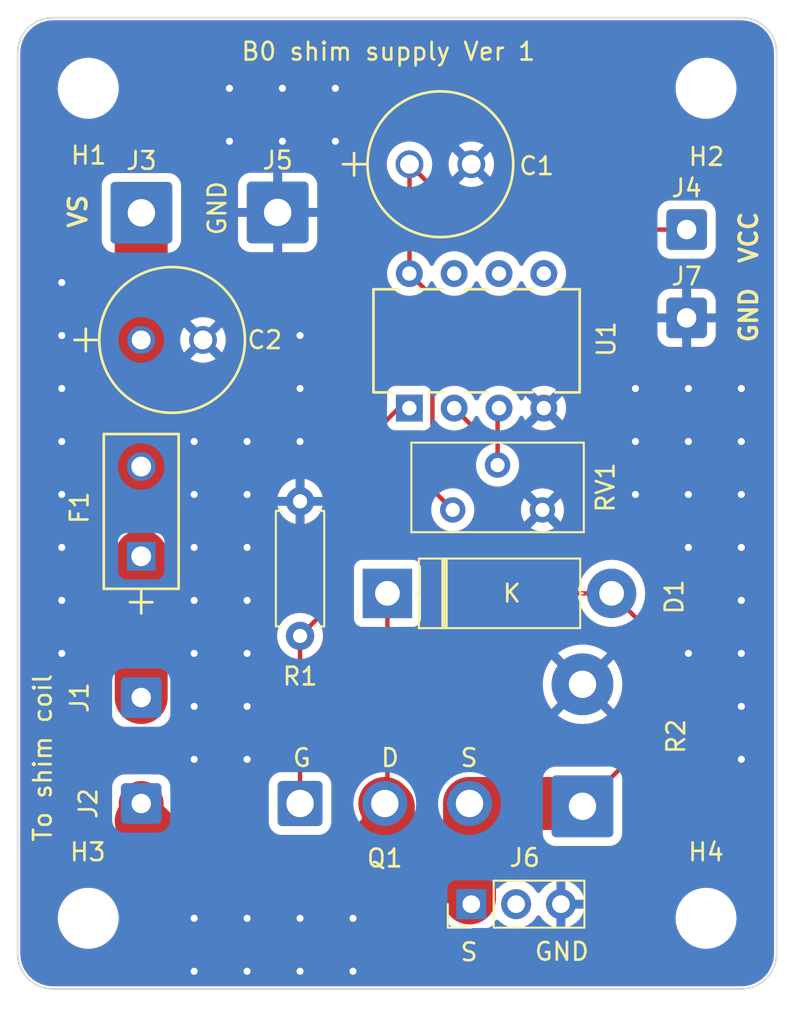
<source format=kicad_pcb>
(kicad_pcb (version 20221018) (generator pcbnew)
  (layers (0 "F.Cu" signal) (31 "B.Cu" signal) (34 "B.Paste" user) (35 "F.Paste" user) (36 "B.SilkS" user "B.Silkscreen") (37 "F.SilkS" user "F.Silkscreen") (38 "B.Mask" user) (39 "F.Mask" user) (44 "Edge.Cuts" user))
  (net 0 "")
  (net 1 "VCC")
  (net 2 "GNDPWR")
  (net 3 "VS")
  (net 4 "Net-(J1-Pin_1)")
  (net 5 "Net-(D1-K)")
  (net 6 "Net-(D1-A)")
  (net 7 "Net-(Q1-G)")
  (net 8 "Net-(U1A-+)")
  (footprint "MountingHole:MountingHole_3.2mm_M3_DIN965" (layer "F.Cu") (at 155 106)
    (fp_text reference "H4" (at 0 -3.75) (layer "F.SilkS"))
    (fp_text value "MH")
    (pad "" np_thru_hole circle (at 0 0) (size 3.2 3.2) (drill 3.2) (layers "*.Cu" "*.Mask"))
  )
  (footprint "Connector_Wire:SolderWire-0.5sqmm_1x01_D0.9mm_OD2.3mm" (layer "F.Cu") (at 123 93.5)
    (fp_text reference "J1" (at -3.5 0 -90) (layer "F.SilkS"))
    (fp_text value "Conn")
    (pad "1" thru_hole roundrect (at 0 0) (size 2.3 2.3) (drill 1.1) (layers "*.Cu" "*.Mask") (roundrect_rratio 0.108696087) (net 4 "Net-(J1-Pin_1)"))
  )
  (footprint "Connector_Wire:SolderWire-0.5sqmm_1x01_D0.9mm_OD2.3mm" (layer "F.Cu") (at 123 99.5)
    (fp_text reference "J2" (at -3 0 -90) (layer "F.SilkS"))
    (fp_text value "Conn")
    (pad "1" thru_hole roundrect (at 0 0) (size 2.3 2.3) (drill 1.1) (layers "*.Cu" "*.Mask") (roundrect_rratio 0.108696087) (net 5 "Net-(D1-K)"))
  )
  (footprint "Resistor_THT:R_Axial_DIN0207_L6.3mm_D2.5mm_P7.62mm_Horizontal" (layer "F.Cu") (at 132 90.01 90)
    (fp_text reference "R1" (at -2.29 0) (layer "F.SilkS"))
    (fp_text value "4.7k")
    (fp_line (start 0.54 -1.37) (end 7.08 -1.37) (stroke (width 0.12)) (layer "F.SilkS"))
    (fp_line (start 0.54 -1.04) (end 0.54 -1.37) (stroke (width 0.12)) (layer "F.SilkS"))
    (fp_line (start 0.54 1.04) (end 0.54 1.37) (stroke (width 0.12)) (layer "F.SilkS"))
    (fp_line (start 0.54 1.37) (end 7.08 1.37) (stroke (width 0.12)) (layer "F.SilkS"))
    (fp_line (start 7.08 -1.37) (end 7.08 -1.04) (stroke (width 0.12)) (layer "F.SilkS"))
    (fp_line (start 7.08 1.37) (end 7.08 1.04) (stroke (width 0.12)) (layer "F.SilkS"))
    (pad "1" thru_hole circle (at 0 0 90) (size 1.6 1.6) (drill 0.8) (layers "*.Cu" "*.Mask") (net 7 "Net-(Q1-G)"))
    (pad "2" thru_hole oval (at 7.62 0 90) (size 1.6 1.6) (drill 0.8) (layers "*.Cu" "*.Mask") (net 2 "GNDPWR"))
  )
  (footprint "Connector_PinHeader_2.54mm:PinHeader_1x03_P2.54mm_Vertical" (layer "F.Cu") (at 141.7 105.2 90)
    (fp_text reference "J6" (at 2.63 3.03) (layer "F.SilkS"))
    (fp_text value "pin_conn")
    (fp_line (start -1.33 -1.33) (end 0 -1.33) (stroke (width 0.12)) (layer "F.SilkS"))
    (fp_line (start -1.33 0) (end -1.33 -1.33) (stroke (width 0.12)) (layer "F.SilkS"))
    (fp_line (start -1.33 1.27) (end -1.33 6.41) (stroke (width 0.12)) (layer "F.SilkS"))
    (fp_line (start -1.33 1.27) (end 1.33 1.27) (stroke (width 0.12)) (layer "F.SilkS"))
    (fp_line (start -1.33 6.41) (end 1.33 6.41) (stroke (width 0.12)) (layer "F.SilkS"))
    (fp_line (start 1.33 1.27) (end 1.33 6.41) (stroke (width 0.12)) (layer "F.SilkS"))
    (pad "1" thru_hole rect (at 0 0 90) (size 1.7 1.7) (drill 1) (layers "*.Cu" "*.Mask") (net 6 "Net-(D1-A)"))
    (pad "2" thru_hole oval (at 0 2.54 90) (size 1.7 1.7) (drill 1) (layers "*.Cu" "*.Mask"))
    (pad "3" thru_hole oval (at 0 5.08 90) (size 1.7 1.7) (drill 1) (layers "*.Cu" "*.Mask") (net 2 "GNDPWR"))
  )
  (footprint "Diode_THT:D_5W_P12.70mm_Horizontal" (layer "F.Cu") (at 136.95 87.6)
    (fp_text reference "D1" (at 16.25 0.2 -90) (layer "F.SilkS"))
    (fp_text value "1N4148")
    (fp_text user "K" (at 7.05 0) (layer "F.SilkS"))
    (fp_line (start 1.64 0) (end 1.78 0) (stroke (width 0.12)) (layer "F.SilkS"))
    (fp_line (start 1.78 -1.97) (end 1.78 1.97) (stroke (width 0.12)) (layer "F.SilkS"))
    (fp_line (start 1.78 1.97) (end 10.92 1.97) (stroke (width 0.12)) (layer "F.SilkS"))
    (fp_line (start 3.115 -1.97) (end 3.115 1.97) (stroke (width 0.12)) (layer "F.SilkS"))
    (fp_line (start 3.235 -1.97) (end 3.235 1.97) (stroke (width 0.12)) (layer "F.SilkS"))
    (fp_line (start 3.355 -1.97) (end 3.355 1.97) (stroke (width 0.12)) (layer "F.SilkS"))
    (fp_line (start 10.92 -1.97) (end 1.78 -1.97) (stroke (width 0.12)) (layer "F.SilkS"))
    (fp_line (start 10.92 1.97) (end 10.92 -1.97) (stroke (width 0.12)) (layer "F.SilkS"))
    (fp_line (start 11.06 0) (end 10.92 0) (stroke (width 0.12)) (layer "F.SilkS"))
    (pad "1" thru_hole rect (at 0 0) (size 2.8 2.8) (drill 1.4) (layers "*.Cu" "*.Mask") (net 5 "Net-(D1-K)"))
    (pad "2" thru_hole oval (at 12.7 0) (size 2.8 2.8) (drill 1.4) (layers "*.Cu" "*.Mask") (net 6 "Net-(D1-A)"))
  )
  (footprint "Connector_Wire:SolderWire-0.75sqmm_1x01_D1.25mm_OD3.5mm" (layer "F.Cu") (at 123.01 66.05)
    (fp_text reference "J3" (at 0 -2.95) (layer "F.SilkS"))
    (fp_text value "VS_Pad")
    (pad "1" thru_hole roundrect (at 0 0) (size 3.5 3.5) (drill 1.55) (layers "*.Cu" "*.Mask") (roundrect_rratio 0.07142914286) (net 3 "VS"))
  )
  (footprint "LM358:DIP8_300" (layer "F.Cu") (at 145.81 69.49 90)
    (fp_text reference "U1" (at -3.71 3.54 90 unlocked) (layer "F.SilkS"))
    (fp_text value "LM358")
    (fp_line (start -6.731 -9.652) (end -6.731 -8.68955) (stroke (width 0.1524)) (layer "F.SilkS"))
    (fp_line (start -6.731 -6.55045) (end -6.731 -5.718854) (stroke (width 0.1524)) (layer "F.SilkS"))
    (fp_line (start -6.731 -4.441146) (end -6.731 -3.178854) (stroke (width 0.1524)) (layer "F.SilkS"))
    (fp_line (start -6.731 -1.901146) (end -6.731 -0.638854) (stroke (width 0.1524)) (layer "F.SilkS"))
    (fp_line (start -6.731 0.638854) (end -6.731 2.032) (stroke (width 0.1524)) (layer "F.SilkS"))
    (fp_line (start -6.731 2.032) (end -0.889 2.032) (stroke (width 0.1524)) (layer "F.SilkS"))
    (fp_line (start -0.889 -9.652) (end -6.731 -9.652) (stroke (width 0.1524)) (layer "F.SilkS"))
    (fp_line (start -0.889 -8.258854) (end -0.889 -9.652) (stroke (width 0.1524)) (layer "F.SilkS"))
    (fp_line (start -0.889 -5.718854) (end -0.889 -6.981146) (stroke (width 0.1524)) (layer "F.SilkS"))
    (fp_line (start -0.889 -3.178854) (end -0.889 -4.441146) (stroke (width 0.1524)) (layer "F.SilkS"))
    (fp_line (start -0.889 -0.638854) (end -0.889 -1.901146) (stroke (width 0.1524)) (layer "F.SilkS"))
    (fp_line (start -0.889 2.032) (end -0.889 0.638854) (stroke (width 0.1524)) (layer "F.SilkS"))
    (pad "1" thru_hole rect (at -7.62 -7.62 90) (size 1.524 1.524) (drill 0.8128) (layers "*.Cu" "*.Mask") (net 7 "Net-(Q1-G)"))
    (pad "2" thru_hole circle (at -7.62 -5.08 90) (size 1.524 1.524) (drill 0.8128) (layers "*.Cu" "*.Mask") (net 6 "Net-(D1-A)"))
    (pad "3" thru_hole circle (at -7.62 -2.54 90) (size 1.524 1.524) (drill 0.8128) (layers "*.Cu" "*.Mask") (net 8 "Net-(U1A-+)"))
    (pad "4" thru_hole circle (at -7.62 0 90) (size 1.524 1.524) (drill 0.8128) (layers "*.Cu" "*.Mask") (net 2 "GNDPWR"))
    (pad "5" thru_hole circle (at 0 0 90) (size 1.524 1.524) (drill 0.8128) (layers "*.Cu" "*.Mask"))
    (pad "6" thru_hole circle (at 0 -2.54 90) (size 1.524 1.524) (drill 0.8128) (layers "*.Cu" "*.Mask"))
    (pad "7" thru_hole circle (at 0 -5.08 90) (size 1.524 1.524) (drill 0.8128) (layers "*.Cu" "*.Mask"))
    (pad "8" thru_hole circle (at 0 -7.62 90) (size 1.524 1.524) (drill 0.8128) (layers "*.Cu" "*.Mask") (net 1 "VCC"))
  )
  (footprint "UDB1H01MPM:CAP_UDB&slash_GB_8X11P5_NCH" (layer "F.Cu") (at 138.199999 63.3)
    (fp_text reference "C1" (at 7.200001 0.1 unlocked) (layer "F.SilkS"))
    (fp_text value "1 uF")
    (fp_line (start -3.7745 0) (end -2.5045 0) (stroke (width 0.1524)) (layer "F.SilkS"))
    (fp_line (start -3.1395 -0.635) (end -3.1395 0.635) (stroke (width 0.1524)) (layer "F.SilkS"))
    (fp_circle (center 1.75 0) (end 5.8775 0) (stroke (width 0.1524)) (fill none) (layer "F.SilkS"))
    (pad "1" thru_hole circle (at 0 0) (size 1.5748 1.5748) (drill 1.0668) (layers "*.Cu" "*.Mask") (net 1 "VCC"))
    (pad "2" thru_hole circle (at 3.500001 0) (size 1.5748 1.5748) (drill 1.0668) (layers "*.Cu" "*.Mask") (net 2 "GNDPWR"))
  )
  (footprint "MountingHole:MountingHole_3.2mm_M3_DIN965" (layer "F.Cu") (at 120 59)
    (fp_text reference "H1" (at 0.025 3.8) (layer "F.SilkS"))
    (fp_text value "MH")
    (pad "" np_thru_hole circle (at 0 0) (size 3.2 3.2) (drill 3.2) (layers "*.Cu" "*.Mask"))
  )
  (footprint "Potentiometer_THT:Potentiometer_Bourns_3296Y_Vertical" (layer "F.Cu") (at 140.65 82.875 180)
    (fp_text reference "RV1" (at -8.65 1.275 90) (layer "F.SilkS"))
    (fp_text value "4.7k" hide)
    (fp_line (start -7.425 -1.26) (end -7.425 3.81) (stroke (width 0.12)) (layer "F.SilkS"))
    (fp_line (start -7.425 -1.26) (end 2.345 -1.26) (stroke (width 0.12)) (layer "F.SilkS"))
    (fp_line (start -7.425 3.81) (end 2.345 3.81) (stroke (width 0.12)) (layer "F.SilkS"))
    (fp_line (start 2.345 -1.26) (end 2.345 3.81) (stroke (width 0.12)) (layer "F.SilkS"))
    (pad "1" thru_hole circle (at 0 0 180) (size 1.44 1.44) (drill 0.8) (layers "*.Cu" "*.Mask") (net 1 "VCC"))
    (pad "2" thru_hole circle (at -2.54 2.54 180) (size 1.44 1.44) (drill 0.8) (layers "*.Cu" "*.Mask") (net 8 "Net-(U1A-+)"))
    (pad "3" thru_hole circle (at -5.08 0 180) (size 1.44 1.44) (drill 0.8) (layers "*.Cu" "*.Mask") (net 2 "GNDPWR"))
  )
  (footprint "MountingHole:MountingHole_3.2mm_M3_DIN965" (layer "F.Cu") (at 155 59)
    (fp_text reference "H2" (at 0.025 3.875) (layer "F.SilkS"))
    (fp_text value "MH")
    (pad "" np_thru_hole circle (at 0 0) (size 3.2 3.2) (drill 3.2) (layers "*.Cu" "*.Mask"))
  )
  (footprint "Connector_Wire:SolderWire-0.75sqmm_1x03_P4.8mm_D1.25mm_OD2.3mm" (layer "F.Cu") (at 132 99.5)
    (fp_text reference "Q1" (at 4.8 3.1) (layer "F.SilkS"))
    (fp_text value "IRL540")
    (pad "1" thru_hole roundrect (at 0 0) (size 2.55 2.55) (drill 1.55) (layers "*.Cu" "*.Mask") (roundrect_rratio 0.09803882353) (net 7 "Net-(Q1-G)"))
    (pad "2" thru_hole circle (at 4.8 0) (size 2.55 2.55) (drill 1.55) (layers "*.Cu" "*.Mask") (net 5 "Net-(D1-K)"))
    (pad "3" thru_hole circle (at 9.6 0) (size 2.55 2.55) (drill 1.55) (layers "*.Cu" "*.Mask") (net 6 "Net-(D1-A)"))
  )
  (footprint "Connector_Wire:SolderWire-0.5sqmm_1x01_D0.9mm_OD2.3mm" (layer "F.Cu") (at 153.9 67)
    (fp_text reference "J4" (at 0 -2.35) (layer "F.SilkS"))
    (fp_text value "VCC_Pad")
    (pad "1" thru_hole roundrect (at 0 0) (size 2.3 2.3) (drill 1.1) (layers "*.Cu" "*.Mask") (roundrect_rratio 0.108696087) (net 1 "VCC"))
  )
  (footprint "Connector_Wire:SolderWire-0.75sqmm_1x01_D1.25mm_OD3.5mm" (layer "F.Cu") (at 130.73 66.03)
    (fp_text reference "J5" (at 0 -2.95) (layer "F.SilkS"))
    (fp_text value "GND_Pad_VS")
    (pad "1" thru_hole roundrect (at 0 0) (size 3.5 3.5) (drill 1.55) (layers "*.Cu" "*.Mask") (roundrect_rratio 0.07142914286) (net 2 "GNDPWR"))
  )
  (footprint "UDB1H01MPM:CAP_UDB&slash_GB_8X11P5_NCH" (layer "F.Cu") (at 122.999999 73.25)
    (fp_text reference "C2" (at 7.000001 0 unlocked) (layer "F.SilkS"))
    (fp_text value "1 uF")
    (fp_line (start -3.7745 0) (end -2.5045 0) (stroke (width 0.1524)) (layer "F.SilkS"))
    (fp_line (start -3.1395 -0.635) (end -3.1395 0.635) (stroke (width 0.1524)) (layer "F.SilkS"))
    (fp_circle (center 1.75 0) (end 5.8775 0) (stroke (width 0.1524)) (fill none) (layer "F.SilkS"))
    (pad "1" thru_hole circle (at 0 0) (size 1.5748 1.5748) (drill 1.0668) (layers "*.Cu" "*.Mask") (net 3 "VS"))
    (pad "2" thru_hole circle (at 3.500001 0) (size 1.5748 1.5748) (drill 1.0668) (layers "*.Cu" "*.Mask") (net 2 "GNDPWR"))
  )
  (footprint "MountingHole:MountingHole_3.2mm_M3_DIN965" (layer "F.Cu") (at 120 106)
    (fp_text reference "H3" (at -0.025 -3.75) (layer "F.SilkS"))
    (fp_text value "MH")
    (pad "" np_thru_hole circle (at 0 0) (size 3.2 3.2) (drill 3.2) (layers "*.Cu" "*.Mask"))
  )
  (footprint "Connector_Wire:SolderWire-0.5sqmm_1x01_D0.9mm_OD2.3mm" (layer "F.Cu") (at 153.9 72)
    (fp_text reference "J7" (at 0 -2.35) (layer "F.SilkS"))
    (fp_text value "GND_Pad_VCC")
    (pad "1" thru_hole roundrect (at 0 0) (size 2.3 2.3) (drill 1.1) (layers "*.Cu" "*.Mask") (roundrect_rratio 0.108696087) (net 2 "GNDPWR"))
  )
  (footprint "Connector_Wire:SolderWire-0.75sqmm_1x02_P7mm_D1.25mm_OD3.5mm" (layer "F.Cu") (at 148 99.75 90)
    (fp_text reference "R2" (at 4.05 5.3 270) (layer "F.SilkS"))
    (fp_text value "0.5")
    (pad "1" thru_hole roundrect (at 0.0912 0 90) (size 3.5 3.5) (drill 1.55) (layers "*.Cu" "*.Mask") (roundrect_rratio 0.07142914286) (net 6 "Net-(D1-A)"))
    (pad "2" thru_hole circle (at 7 0 90) (size 3.5 3.5) (drill 1.55) (layers "*.Cu" "*.Mask") (net 2 "GNDPWR"))
  )
  (footprint "39613150000:FUS_LITTELFUSE_396_LTF" (layer "F.Cu") (at 123 85.5 90)
    (fp_text reference "F1" (at 2.75 -3.5 90 unlocked) (layer "F.SilkS"))
    (fp_text value "Fuse")
    (fp_line (start -3.2385 0) (end -1.9685 0) (stroke (width 0.1524)) (layer "F.SilkS"))
    (fp_line (start -2.6035 -0.635) (end -2.6035 0.635) (stroke (width 0.1524)) (layer "F.SilkS"))
    (fp_line (start -1.8415 -2.1209) (end -1.8415 2.1209) (stroke (width 0.1524)) (layer "F.SilkS"))
    (fp_line (start 6.9215 -2.1209) (end -1.8415 -2.1209) (stroke (width 0.1524)) (layer "F.SilkS"))
    (fp_line (start 6.9215 -2.1209) (end 6.9215 2.1209) (stroke (width 0.1524)) (layer "F.SilkS"))
    (fp_line (start 6.9215 2.1209) (end -1.8415 2.1209) (stroke (width 0.1524)) (layer "F.SilkS"))
    (pad "1" thru_hole rect (at 0 0 90) (size 1.6256 1.6256) (drill 1.1176) (layers "*.Cu" "*.Mask") (net 4 "Net-(J1-Pin_1)"))
    (pad "2" thru_hole circle (at 5.08 0 90) (size 1.6256 1.6256) (drill 1.1176) (layers "*.Cu" "*.Mask") (net 3 "VS"))
  )
  (gr_line (start 118 110) (end 157 110) (stroke (width 0.1)) (layer "Edge.Cuts"))
  (gr_line (start 116 57) (end 116 108) (stroke (width 0.1)) (layer "Edge.Cuts"))
  (gr_arc (start 118 110) (mid 116.585786 109.414214) (end 116 108) (stroke (width 0.1)) (layer "Edge.Cuts"))
  (gr_arc (start 157 55) (mid 158.414214 55.585786) (end 159 57) (stroke (width 0.1)) (layer "Edge.Cuts"))
  (gr_arc (start 159 108) (mid 158.414214 109.414214) (end 157 110) (stroke (width 0.1)) (layer "Edge.Cuts"))
  (gr_arc (start 116 57) (mid 116.585786 55.585786) (end 118 55) (stroke (width 0.1)) (layer "Edge.Cuts"))
  (gr_line (start 157 55) (end 118 55) (stroke (width 0.1)) (layer "Edge.Cuts"))
  (gr_line (start 159 108) (end 159 57) (stroke (width 0.1)) (layer "Edge.Cuts"))
  (gr_text "VCC" (at 158 69 90) (layer "F.SilkS") (effects (font (size 1 1) (thickness 0.2) bold) (justify left bottom)))
  (gr_text "GND\n" (at 158 73.5 90) (layer "F.SilkS") (effects (font (size 1 1) (thickness 0.2) bold) (justify left bottom)))
  (gr_text "GND" (at 145.21 108.47) (layer "F.SilkS") (effects (font (size 1 1)) (justify left bottom)))
  (gr_text "S" (at 141 97.5) (layer "F.SilkS") (effects (font (size 1 1)) (justify left bottom)))
  (gr_text "D" (at 136.5 97.5) (layer "F.SilkS") (effects (font (size 1 1)) (justify left bottom)))
  (gr_text "To shim coil" (at 118 101.75 90) (layer "F.SilkS") (effects (font (size 1 1)) (justify left bottom)))
  (gr_text "B0 shim supply Ver 1" (at 137 57.5) (layer "F.SilkS") (effects (font (size 1 1)) (justify bottom)))
  (gr_text "VS\n" (at 120 67 90) (layer "F.SilkS") (effects (font (size 1 1) (thickness 0.2) bold) (justify left bottom)))
  (gr_text "GND" (at 127.89 67.41 90) (layer "F.SilkS") (effects (font (size 1 1)) (justify left bottom)))
  (gr_text "G" (at 131.5 97.5) (layer "F.SilkS") (effects (font (size 1 1)) (justify left bottom)))
  (gr_text "S" (at 141 108.5) (layer "F.SilkS") (effects (font (size 1 1)) (justify left bottom)))
  (segment (start 138.199999 63.3) (end 138.199999 69.480001) (width 0.25) (layer "F.Cu") (net 1))
  (segment (start 138.199999 63.3) (end 141.899999 67) (width 0.25) (layer "F.Cu") (net 1))
  (segment (start 140.65 82.875) (end 139.5 81.725) (width 0.25) (layer "F.Cu") (net 1))
  (segment (start 138.199999 69.480001) (end 138.19 69.49) (width 0.25) (layer "F.Cu") (net 1))
  (segment (start 141.899999 67) (end 154 67) (width 0.25) (layer "F.Cu") (net 1))
  (segment (start 139.5 81.725) (end 139.5 70.8) (width 0.25) (layer "F.Cu") (net 1))
  (segment (start 139.5 70.8) (end 138.19 69.49) (width 0.25) (layer "F.Cu") (net 1))
  (segment (start 146.9 92.5) (end 147.935979 92.5) (width 0.25) (layer "F.Cu") (net 2))
  (via (at 154 76) (size 0.8) (drill 0.4) (layers "F.Cu" "B.Cu") (net 2))
  (via (at 157 94) (size 0.8) (drill 0.4) (layers "F.Cu" "B.Cu") (net 2))
  (via (at 131 59) (size 0.8) (drill 0.4) (layers "F.Cu" "B.Cu") (net 2))
  (via (at 154 79) (size 0.8) (drill 0.4) (layers "F.Cu" "B.Cu") (net 2))
  (via (at 157 82) (size 0.8) (drill 0.4) (layers "F.Cu" "B.Cu") (net 2))
  (via (at 126 82) (size 0.8) (drill 0.4) (layers "F.Cu" "B.Cu") (net 2))
  (via (at 118.5 70) (size 0.8) (drill 0.4) (layers "F.Cu" "B.Cu") (net 2))
  (via (at 157 85) (size 0.8) (drill 0.4) (layers "F.Cu" "B.Cu") (net 2))
  (via (at 132 76) (size 0.8) (drill 0.4) (layers "F.Cu" "B.Cu") (net 2))
  (via (at 126 109) (size 0.8) (drill 0.4) (layers "F.Cu" "B.Cu") (net 2))
  (via (at 126 94) (size 0.8) (drill 0.4) (layers "F.Cu" "B.Cu") (net 2))
  (via (at 126 91) (size 0.8) (drill 0.4) (layers "F.Cu" "B.Cu") (net 2))
  (via (at 129 94) (size 0.8) (drill 0.4) (layers "F.Cu" "B.Cu") (net 2))
  (via (at 126 106) (size 0.8) (drill 0.4) (layers "F.Cu" "B.Cu") (net 2))
  (via (at 151 76) (size 0.8) (drill 0.4) (layers "F.Cu" "B.Cu") (net 2))
  (via (at 157 79) (size 0.8) (drill 0.4) (layers "F.Cu" "B.Cu") (net 2))
  (via (at 118.5 85) (size 0.8) (drill 0.4) (layers "F.Cu" "B.Cu") (net 2))
  (via (at 131 62) (size 0.8) (drill 0.4) (layers "F.Cu" "B.Cu") (net 2))
  (via (at 128 59) (size 0.8) (drill 0.4) (layers "F.Cu" "B.Cu") (net 2))
  (via (at 157 76) (size 0.8) (drill 0.4) (layers "F.Cu" "B.Cu") (net 2))
  (via (at 157 91) (size 0.8) (drill 0.4) (layers "F.Cu" "B.Cu") (net 2))
  (via (at 126 88) (size 0.8) (drill 0.4) (layers "F.Cu" "B.Cu") (net 2))
  (via (at 126 85) (size 0.8) (drill 0.4) (layers "F.Cu" "B.Cu") (net 2))
  (via (at 118.5 73) (size 0.8) (drill 0.4) (layers "F.Cu" "B.Cu") (net 2))
  (via (at 132 109) (size 0.8) (drill 0.4) (layers "F.Cu" "B.Cu") (net 2))
  (via (at 135 106) (size 0.8) (drill 0.4) (layers "F.Cu" "B.Cu") (net 2))
  (via (at 129 91) (size 0.8) (drill 0.4) (layers "F.Cu" "B.Cu") (net 2))
  (via (at 132 79) (size 0.8) (drill 0.4) (layers "F.Cu" "B.Cu") (net 2))
  (via (at 118.5 88) (size 0.8) (drill 0.4) (layers "F.Cu" "B.Cu") (net 2))
  (via (at 134 59) (size 0.8) (drill 0.4) (layers "F.Cu" "B.Cu") (net 2))
  (via (at 129 79) (size 0.8) (drill 0.4) (layers "F.Cu" "B.Cu") (net 2))
  (via (at 126 79) (size 0.8) (drill 0.4) (layers "F.Cu" "B.Cu") (net 2))
  (via (at 154 85) (size 0.8) (drill 0.4) (layers "F.Cu" "B.Cu") (net 2))
  (via (at 129 106) (size 0.8) (drill 0.4) (layers "F.Cu" "B.Cu") (net 2))
  (via (at 128 62) (size 0.8) (drill 0.4) (layers "F.Cu" "B.Cu") (net 2))
  (via (at 134 62) (size 0.8) (drill 0.4) (layers "F.Cu" "B.Cu") (net 2))
  (via (at 135 109) (size 0.8) (drill 0.4) (layers "F.Cu" "B.Cu") (net 2))
  (via (at 157 88) (size 0.8) (drill 0.4) (layers "F.Cu" "B.Cu") (net 2))
  (via (at 126 97) (size 0.8) (drill 0.4) (layers "F.Cu" "B.Cu") (net 2))
  (via (at 154 82) (size 0.8) (drill 0.4) (layers "F.Cu" "B.Cu") (net 2))
  (via (at 151 79) (size 0.8) (drill 0.4) (layers "F.Cu" "B.Cu") (net 2))
  (via (at 118.5 76) (size 0.8) (drill 0.4) (layers "F.Cu" "B.Cu") (net 2))
  (via (at 132 106) (size 0.8) (drill 0.4) (layers "F.Cu" "B.Cu") (net 2))
  (via (at 154 91) (size 0.8) (drill 0.4) (layers "F.Cu" "B.Cu") (net 2))
  (via (at 129 85) (size 0.8) (drill 0.4) (layers "F.Cu" "B.Cu") (net 2))
  (via (at 151 82) (size 0.8) (drill 0.4) (layers "F.Cu" "B.Cu") (net 2))
  (via (at 118.5 91) (size 0.8) (drill 0.4) (layers "F.Cu" "B.Cu") (net 2))
  (via (at 129 97) (size 0.8) (drill 0.4) (layers "F.Cu" "B.Cu") (net 2))
  (via (at 132 73) (size 0.8) (drill 0.4) (layers "F.Cu" "B.Cu") (net 2))
  (via (at 129 109) (size 0.8) (drill 0.4) (layers "F.Cu" "B.Cu") (net 2))
  (via (at 118.5 79) (size 0.8) (drill 0.4) (layers "F.Cu" "B.Cu") (net 2))
  (via (at 129 88) (size 0.8) (drill 0.4) (layers "F.Cu" "B.Cu") (net 2))
  (via (at 129 82) (size 0.8) (drill 0.4) (layers "F.Cu" "B.Cu") (net 2))
  (via (at 118.5 82) (size 0.8) (drill 0.4) (layers "F.Cu" "B.Cu") (net 2))
  (via (at 157 97) (size 0.8) (drill 0.4) (layers "F.Cu" "B.Cu") (net 2))
  (segment (start 123 80.42) (end 122.999999 73.25) (width 3) (layer "F.Cu") (net 3))
  (segment (start 123 66) (end 122.999999 73.25) (width 3) (layer "F.Cu") (net 3))
  (segment (start 123 93.5) (end 123 85.5) (width 3) (layer "F.Cu") (net 4))
  (segment (start 136.95 87.6) (end 136.95 99.35) (width 0.25) (layer "F.Cu") (net 5))
  (segment (start 125.75 103.25) (end 123 100.5) (width 3) (layer "F.Cu") (net 5))
  (segment (start 137 101) (end 137 99.7) (width 3) (layer "F.Cu") (net 5))
  (segment (start 137 99.3) (end 136.8 99.5) (width 0.25) (layer "F.Cu") (net 5))
  (segment (start 136.95 99.35) (end 136.8 99.5) (width 0.25) (layer "F.Cu") (net 5))
  (segment (start 137 101) (end 134.75 103.25) (width 3) (layer "F.Cu") (net 5))
  (segment (start 134.75 103.25) (end 125.75 103.25) (width 3) (layer "F.Cu") (net 5))
  (segment (start 137 99.7) (end 136.8 99.5) (width 3) (layer "F.Cu") (net 5))
  (segment (start 123 100.5) (end 123 99.5) (width 2.54) (layer "F.Cu") (net 5))
  (segment (start 151.049999 96.608801) (end 148 99.6588) (width 0.25) (layer "F.Cu") (net 6))
  (segment (start 151.049999 88.999999) (end 151.049999 96.608801) (width 0.25) (layer "F.Cu") (net 6))
  (segment (start 149.3188 99.4436) (end 149.352 99.4768) (width 0.25) (layer "F.Cu") (net 6))
  (segment (start 147.5 87.6) (end 149.65 87.6) (width 0.25) (layer "F.Cu") (net 6))
  (segment (start 141.695 81.795) (end 147.5 87.6) (width 0.25) (layer "F.Cu") (net 6))
  (segment (start 140.73 77.11) (end 141.695 78.075) (width 0.25) (layer "F.Cu") (net 6))
  (segment (start 149.65 87.6) (end 151.049999 88.999999) (width 0.25) (layer "F.Cu") (net 6))
  (segment (start 141.6 99.5) (end 141.6 104.85) (width 3) (layer "F.Cu") (net 6))
  (segment (start 141.695 78.075) (end 141.695 81.795) (width 0.25) (layer "F.Cu") (net 6))
  (segment (start 141.6 99.5) (end 147.844779 99.5) (width 3) (layer "F.Cu") (net 6))
  (segment (start 134 80.7) (end 134 88.01) (width 0.25) (layer "F.Cu") (net 7))
  (segment (start 132 99.5) (end 132 90.01) (width 0.25) (layer "F.Cu") (net 7))
  (segment (start 137.59 77.11) (end 134 80.7) (width 0.25) (layer "F.Cu") (net 7))
  (segment (start 134 88.01) (end 132 90.01) (width 0.25) (layer "F.Cu") (net 7))
  (segment (start 138.19 77.11) (end 137.59 77.11) (width 0.25) (layer "F.Cu") (net 7))
  (segment (start 143.19 77.19) (end 143.27 77.11) (width 0.25) (layer "F.Cu") (net 8))
  (segment (start 143.19 80.335) (end 143.19 77.19) (width 0.25) (layer "F.Cu") (net 8))
  (zone (net 2) (net_name "GNDPWR") (layer "F.Cu") (connect_pads (clearance 0.5)) (min_thickness 0.25) (fill yes (thermal_gap 0.5) (thermal_bridge_width 0.5))
    (polygon (pts (xy 115 54) (xy 160 54) (xy 160 112) (xy 115 112)))
  )
  (zone (net 2) (net_name "GNDPWR") (layer "B.Cu") (priority 1) (connect_pads (clearance 0.5)) (min_thickness 0.25) (fill yes (thermal_gap 0.5) (thermal_bridge_width 0.5))
    (polygon (pts (xy 115 54) (xy 160 54) (xy 160 112) (xy 115 112)))
  )
)
</source>
